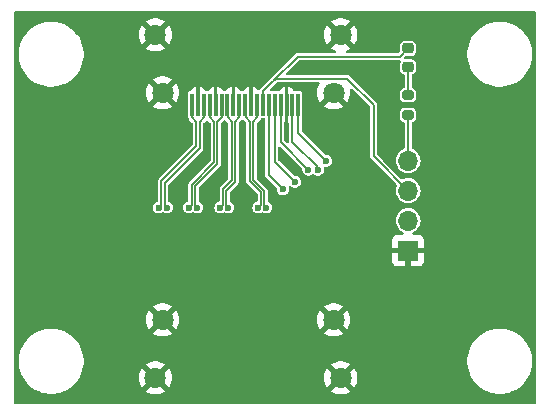
<source format=gbr>
%TF.GenerationSoftware,KiCad,Pcbnew,8.0.4*%
%TF.CreationDate,2024-08-19T09:36:31-07:00*%
%TF.ProjectId,hdmi,68646d69-2e6b-4696-9361-645f70636258,rev?*%
%TF.SameCoordinates,Original*%
%TF.FileFunction,Copper,L1,Top*%
%TF.FilePolarity,Positive*%
%FSLAX46Y46*%
G04 Gerber Fmt 4.6, Leading zero omitted, Abs format (unit mm)*
G04 Created by KiCad (PCBNEW 8.0.4) date 2024-08-19 09:36:31*
%MOMM*%
%LPD*%
G01*
G04 APERTURE LIST*
G04 Aperture macros list*
%AMRoundRect*
0 Rectangle with rounded corners*
0 $1 Rounding radius*
0 $2 $3 $4 $5 $6 $7 $8 $9 X,Y pos of 4 corners*
0 Add a 4 corners polygon primitive as box body*
4,1,4,$2,$3,$4,$5,$6,$7,$8,$9,$2,$3,0*
0 Add four circle primitives for the rounded corners*
1,1,$1+$1,$2,$3*
1,1,$1+$1,$4,$5*
1,1,$1+$1,$6,$7*
1,1,$1+$1,$8,$9*
0 Add four rect primitives between the rounded corners*
20,1,$1+$1,$2,$3,$4,$5,0*
20,1,$1+$1,$4,$5,$6,$7,0*
20,1,$1+$1,$6,$7,$8,$9,0*
20,1,$1+$1,$8,$9,$2,$3,0*%
G04 Aperture macros list end*
%TA.AperFunction,SMDPad,CuDef*%
%ADD10RoundRect,0.200000X0.275000X-0.200000X0.275000X0.200000X-0.275000X0.200000X-0.275000X-0.200000X0*%
%TD*%
%TA.AperFunction,ComponentPad*%
%ADD11R,1.700000X1.700000*%
%TD*%
%TA.AperFunction,ComponentPad*%
%ADD12O,1.700000X1.700000*%
%TD*%
%TA.AperFunction,SMDPad,CuDef*%
%ADD13RoundRect,0.218750X-0.256250X0.218750X-0.256250X-0.218750X0.256250X-0.218750X0.256250X0.218750X0*%
%TD*%
%TA.AperFunction,SMDPad,CuDef*%
%ADD14R,0.300000X1.900000*%
%TD*%
%TA.AperFunction,ComponentPad*%
%ADD15C,1.800000*%
%TD*%
%TA.AperFunction,ViaPad*%
%ADD16C,0.600000*%
%TD*%
%TA.AperFunction,Conductor*%
%ADD17C,0.200000*%
%TD*%
G04 APERTURE END LIST*
D10*
%TO.P,R1,1*%
%TO.N,VDD*%
X153720800Y-93122500D03*
%TO.P,R1,2*%
%TO.N,Net-(D1-A)*%
X153720800Y-91472500D03*
%TD*%
D11*
%TO.P,J3,1,Pin_1*%
%TO.N,GND*%
X153720800Y-104620000D03*
D12*
%TO.P,J3,2,Pin_2*%
%TO.N,Net-(D2-K)*%
X153720800Y-102080000D03*
%TO.P,J3,3,Pin_3*%
%TO.N,Net-(D1-K)*%
X153720800Y-99540000D03*
%TO.P,J3,4,Pin_4*%
%TO.N,VDD*%
X153720800Y-97000000D03*
%TD*%
D13*
%TO.P,D1,2,A*%
%TO.N,Net-(D1-A)*%
X153720800Y-89075000D03*
%TO.P,D1,1,K*%
%TO.N,Net-(D1-K)*%
X153720800Y-87500000D03*
%TD*%
D14*
%TO.P,J1,1,D2+*%
%TO.N,/D2+*%
X135430000Y-92260000D03*
%TO.P,J1,2,D2S*%
%TO.N,GND*%
X135930000Y-92260000D03*
%TO.P,J1,3,D2-*%
%TO.N,/D2-*%
X136430000Y-92260000D03*
%TO.P,J1,4,D1+*%
%TO.N,/D1+*%
X136930000Y-92260000D03*
%TO.P,J1,5,D1S*%
%TO.N,GND*%
X137430000Y-92260000D03*
%TO.P,J1,6,D1-*%
%TO.N,/D1-*%
X137930000Y-92260000D03*
%TO.P,J1,7,D0+*%
%TO.N,/D0+*%
X138430000Y-92260000D03*
%TO.P,J1,8,D0S*%
%TO.N,GND*%
X138930000Y-92260000D03*
%TO.P,J1,9,D0-*%
%TO.N,/D0-*%
X139430000Y-92260000D03*
%TO.P,J1,10,CK+*%
%TO.N,/CK+*%
X139930000Y-92260000D03*
%TO.P,J1,11,CKS*%
%TO.N,GND*%
X140430000Y-92260000D03*
%TO.P,J1,12,CK-*%
%TO.N,/CK-*%
X140930000Y-92260000D03*
%TO.P,J1,13,CEC*%
%TO.N,Net-(D1-K)*%
X141430000Y-92260000D03*
%TO.P,J1,14,UTILITY*%
%TO.N,Net-(J1-UTILITY)*%
X141930000Y-92260000D03*
%TO.P,J1,15,SCL*%
%TO.N,Net-(J1-SCL)*%
X142430000Y-92260000D03*
%TO.P,J1,16,SDA*%
%TO.N,Net-(J1-SDA)*%
X142930000Y-92260000D03*
%TO.P,J1,17,GND*%
%TO.N,GND*%
X143430000Y-92260000D03*
%TO.P,J1,18,+5V*%
%TO.N,Net-(J1-+5V)*%
X143930000Y-92260000D03*
%TO.P,J1,19,HPD*%
%TO.N,Net-(J1-HPD)*%
X144430000Y-92260000D03*
D15*
%TO.P,J1,SH,SH*%
%TO.N,GND*%
X148030000Y-86360000D03*
X147430000Y-91260000D03*
X132930000Y-91260000D03*
X132330000Y-86360000D03*
%TD*%
%TO.P,J2,SH,SH*%
%TO.N,GND*%
X148030000Y-115390000D03*
X147430000Y-110490000D03*
X132930000Y-110490000D03*
X132330000Y-115390000D03*
%TD*%
D16*
%TO.N,Net-(J1-HPD)*%
X146812000Y-97028000D03*
%TO.N,Net-(J1-SDA)*%
X145288000Y-97790000D03*
%TO.N,Net-(J1-UTILITY)*%
X143129000Y-99441000D03*
%TO.N,Net-(J1-SCL)*%
X144145000Y-98806000D03*
%TO.N,/D0+*%
X137828500Y-100980000D03*
%TO.N,/D1+*%
X135188500Y-100980000D03*
%TO.N,/D2+*%
X132608500Y-100980000D03*
%TO.N,/D1-*%
X135871500Y-100980000D03*
%TO.N,/D0-*%
X138511500Y-100980000D03*
%TO.N,/D2-*%
X133291500Y-100980000D03*
%TO.N,/CK+*%
X141048500Y-100980000D03*
%TO.N,/CK-*%
X141731500Y-100980000D03*
%TO.N,Net-(J1-+5V)*%
X146088003Y-97790000D03*
%TD*%
D17*
%TO.N,VDD*%
X153720800Y-93122500D02*
X153720800Y-97000000D01*
%TO.N,Net-(D1-K)*%
X153720800Y-87500000D02*
X153700000Y-87500000D01*
X141430000Y-91136000D02*
X142283000Y-90283000D01*
X153700000Y-87500000D02*
X152995800Y-88204200D01*
X142283000Y-90283000D02*
X142506000Y-90060000D01*
X144361800Y-88204200D02*
X142283000Y-90283000D01*
X152995800Y-88204200D02*
X144361800Y-88204200D01*
X141430000Y-92260000D02*
X141430000Y-91136000D01*
X150825200Y-96644400D02*
X153720800Y-99540000D01*
X148581600Y-90060000D02*
X150825200Y-92303600D01*
X150825200Y-92303600D02*
X150825200Y-96644400D01*
%TO.N,Net-(D1-A)*%
X153720800Y-89075000D02*
X153720800Y-91472500D01*
X153746200Y-89084900D02*
X153695400Y-89135700D01*
X153720800Y-89075000D02*
X153720800Y-89084900D01*
%TO.N,Net-(J1-HPD)*%
X146812000Y-97028000D02*
X144430000Y-94646000D01*
X144430000Y-94646000D02*
X144430000Y-92260000D01*
%TO.N,Net-(J1-SDA)*%
X142930000Y-92260000D02*
X142930000Y-95432000D01*
X142930000Y-95432000D02*
X145288000Y-97790000D01*
%TO.N,Net-(J1-UTILITY)*%
X141930000Y-98242000D02*
X143129000Y-99441000D01*
X141930000Y-92260000D02*
X141980000Y-92310000D01*
X141930000Y-92260000D02*
X141930000Y-98242000D01*
%TO.N,Net-(J1-SCL)*%
X142430000Y-92260000D02*
X142430000Y-97091000D01*
X142430000Y-97091000D02*
X144145000Y-98806000D01*
%TO.N,/D0+*%
X138438499Y-93356390D02*
X138796999Y-93714890D01*
X138598916Y-98890860D02*
X138056998Y-99432778D01*
X138796999Y-93714890D02*
X138796999Y-98692777D01*
X137828500Y-100980000D02*
X138050450Y-100758050D01*
X138056998Y-99432778D02*
X138056998Y-100751502D01*
X138050450Y-100758050D02*
X138056998Y-100751502D01*
X138438499Y-91931389D02*
X138438499Y-93356390D01*
X138796999Y-98692777D02*
X138598916Y-98890860D01*
%TO.N,/D1+*%
X135416998Y-100751502D02*
X135188500Y-100980000D01*
X136938499Y-91931389D02*
X136938499Y-93356390D01*
X136938499Y-93356390D02*
X137296999Y-93714890D01*
X137296999Y-93714890D02*
X137296999Y-97152777D01*
X137296999Y-97152777D02*
X135416998Y-99032778D01*
X135416998Y-99032778D02*
X135416998Y-100751502D01*
%TO.N,/D2+*%
X135438499Y-91931389D02*
X135438499Y-93356390D01*
X135438499Y-93356390D02*
X135796999Y-93714890D01*
X135796999Y-93714890D02*
X135796999Y-95802777D01*
X132836998Y-100811389D02*
X132636999Y-101011388D01*
X132836998Y-98762778D02*
X132836998Y-100821390D01*
X135796999Y-95802777D02*
X132836998Y-98762778D01*
%TO.N,/D1-*%
X137579999Y-93714890D02*
X137579999Y-97270001D01*
X137938499Y-93356390D02*
X137579999Y-93714890D01*
X135700000Y-99150000D02*
X135700000Y-100808500D01*
X137579999Y-97270001D02*
X135700000Y-99150000D01*
X135700000Y-100808500D02*
X135871500Y-100980000D01*
X137938499Y-91931389D02*
X137938499Y-93356390D01*
%TO.N,/D0-*%
X139438499Y-93356390D02*
X139438499Y-91931389D01*
X139079999Y-98810001D02*
X139079999Y-93714890D01*
X139079999Y-93714890D02*
X139438499Y-93356390D01*
X138462516Y-100931016D02*
X138340000Y-100808500D01*
X138340000Y-99550000D02*
X139079999Y-98810001D01*
X138340000Y-100808500D02*
X138340000Y-99550000D01*
%TO.N,/D2-*%
X136438499Y-93356390D02*
X136079999Y-93714890D01*
X136079999Y-95920001D02*
X133120000Y-98880000D01*
X133120000Y-100811389D02*
X133319999Y-101011388D01*
X136079999Y-93714890D02*
X136079999Y-95920001D01*
X136438499Y-91931389D02*
X136438499Y-93356390D01*
X133120000Y-98880000D02*
X133120000Y-100821390D01*
%TO.N,/CK+*%
X140326999Y-93714890D02*
X140326999Y-98750001D01*
X141276998Y-99700000D02*
X141276998Y-100751502D01*
X140326999Y-98750001D02*
X141276998Y-99700000D01*
X141276998Y-100751502D02*
X141048500Y-100980000D01*
X139968499Y-91931389D02*
X139968499Y-93356390D01*
X139968499Y-93356390D02*
X140326999Y-93714890D01*
%TO.N,/CK-*%
X140968499Y-93356390D02*
X140609999Y-93714890D01*
X141560000Y-100808500D02*
X141731500Y-100980000D01*
X141560000Y-99582778D02*
X141560000Y-100808500D01*
X140609999Y-98632777D02*
X141560000Y-99582778D01*
X140968499Y-91931389D02*
X140968499Y-93356390D01*
X140609999Y-93714890D02*
X140609999Y-98632777D01*
%TO.N,Net-(J1-+5V)*%
X143930000Y-95416000D02*
X144018000Y-95504000D01*
X143930000Y-92260000D02*
X143930000Y-95416000D01*
X146088003Y-97574003D02*
X146088003Y-97790000D01*
X144018000Y-95504000D02*
X146088003Y-97574003D01*
%TO.N,Net-(D1-K)*%
X142506000Y-90060000D02*
X148581600Y-90060000D01*
%TD*%
%TA.AperFunction,Conductor*%
%TO.N,GND*%
G36*
X164478539Y-84340185D02*
G01*
X164524294Y-84392989D01*
X164535500Y-84444500D01*
X164535500Y-117485500D01*
X164515815Y-117552539D01*
X164463011Y-117598294D01*
X164411500Y-117609500D01*
X120504500Y-117609500D01*
X120437461Y-117589815D01*
X120391706Y-117537011D01*
X120380500Y-117485500D01*
X120380500Y-113845528D01*
X120749500Y-113845528D01*
X120749500Y-114154471D01*
X120784086Y-114461437D01*
X120784089Y-114461455D01*
X120852831Y-114762635D01*
X120852835Y-114762647D01*
X120954862Y-115054222D01*
X120954868Y-115054236D01*
X121088903Y-115332562D01*
X121088905Y-115332565D01*
X121253265Y-115594143D01*
X121445880Y-115835674D01*
X121664326Y-116054120D01*
X121905857Y-116246735D01*
X122167435Y-116411095D01*
X122445771Y-116545135D01*
X122445777Y-116545137D01*
X122737352Y-116647164D01*
X122737364Y-116647168D01*
X123038548Y-116715911D01*
X123038554Y-116715911D01*
X123038562Y-116715913D01*
X123243206Y-116738970D01*
X123345529Y-116750499D01*
X123345532Y-116750500D01*
X123345535Y-116750500D01*
X123654468Y-116750500D01*
X123654469Y-116750499D01*
X123811356Y-116732822D01*
X123961437Y-116715913D01*
X123961442Y-116715912D01*
X123961452Y-116715911D01*
X124262636Y-116647168D01*
X124554229Y-116545135D01*
X124832565Y-116411095D01*
X125094143Y-116246735D01*
X125335674Y-116054120D01*
X125554120Y-115835674D01*
X125746735Y-115594143D01*
X125875010Y-115389994D01*
X130925202Y-115389994D01*
X130925202Y-115390005D01*
X130944361Y-115621218D01*
X131001317Y-115846135D01*
X131094515Y-116058606D01*
X131178812Y-116187633D01*
X131728958Y-115637487D01*
X131753978Y-115697890D01*
X131825112Y-115804351D01*
X131915649Y-115894888D01*
X132022110Y-115966022D01*
X132082511Y-115991041D01*
X131531201Y-116542351D01*
X131561649Y-116566050D01*
X131765697Y-116676476D01*
X131765706Y-116676479D01*
X131985139Y-116751811D01*
X132213993Y-116790000D01*
X132446007Y-116790000D01*
X132674860Y-116751811D01*
X132894293Y-116676479D01*
X132894301Y-116676476D01*
X133098355Y-116566047D01*
X133128797Y-116542351D01*
X133128798Y-116542350D01*
X132577489Y-115991041D01*
X132637890Y-115966022D01*
X132744351Y-115894888D01*
X132834888Y-115804351D01*
X132906022Y-115697890D01*
X132931041Y-115637488D01*
X133481186Y-116187633D01*
X133565482Y-116058611D01*
X133658682Y-115846135D01*
X133715638Y-115621218D01*
X133734798Y-115390005D01*
X133734798Y-115389994D01*
X146625202Y-115389994D01*
X146625202Y-115390005D01*
X146644361Y-115621218D01*
X146701317Y-115846135D01*
X146794515Y-116058606D01*
X146878812Y-116187633D01*
X147428958Y-115637487D01*
X147453978Y-115697890D01*
X147525112Y-115804351D01*
X147615649Y-115894888D01*
X147722110Y-115966022D01*
X147782511Y-115991041D01*
X147231201Y-116542351D01*
X147261649Y-116566050D01*
X147465697Y-116676476D01*
X147465706Y-116676479D01*
X147685139Y-116751811D01*
X147913993Y-116790000D01*
X148146007Y-116790000D01*
X148374860Y-116751811D01*
X148594293Y-116676479D01*
X148594301Y-116676476D01*
X148798355Y-116566047D01*
X148828797Y-116542351D01*
X148828798Y-116542350D01*
X148277489Y-115991041D01*
X148337890Y-115966022D01*
X148444351Y-115894888D01*
X148534888Y-115804351D01*
X148606022Y-115697890D01*
X148631041Y-115637488D01*
X149181186Y-116187633D01*
X149265482Y-116058611D01*
X149358682Y-115846135D01*
X149415638Y-115621218D01*
X149434798Y-115390005D01*
X149434798Y-115389994D01*
X149415638Y-115158781D01*
X149358682Y-114933864D01*
X149265484Y-114721393D01*
X149181186Y-114592365D01*
X148631041Y-115142510D01*
X148606022Y-115082110D01*
X148534888Y-114975649D01*
X148444351Y-114885112D01*
X148337890Y-114813978D01*
X148277487Y-114788958D01*
X148828797Y-114237647D01*
X148828797Y-114237645D01*
X148798360Y-114213955D01*
X148798354Y-114213951D01*
X148594302Y-114103523D01*
X148594293Y-114103520D01*
X148374860Y-114028188D01*
X148146007Y-113990000D01*
X147913993Y-113990000D01*
X147685139Y-114028188D01*
X147465706Y-114103520D01*
X147465697Y-114103523D01*
X147261650Y-114213949D01*
X147231200Y-114237647D01*
X147782511Y-114788958D01*
X147722110Y-114813978D01*
X147615649Y-114885112D01*
X147525112Y-114975649D01*
X147453978Y-115082110D01*
X147428958Y-115142512D01*
X146878811Y-114592365D01*
X146794516Y-114721390D01*
X146701317Y-114933864D01*
X146644361Y-115158781D01*
X146625202Y-115389994D01*
X133734798Y-115389994D01*
X133715638Y-115158781D01*
X133658682Y-114933864D01*
X133565484Y-114721393D01*
X133481186Y-114592365D01*
X132931041Y-115142510D01*
X132906022Y-115082110D01*
X132834888Y-114975649D01*
X132744351Y-114885112D01*
X132637890Y-114813978D01*
X132577487Y-114788958D01*
X133128797Y-114237647D01*
X133128797Y-114237645D01*
X133098360Y-114213955D01*
X133098354Y-114213951D01*
X132894302Y-114103523D01*
X132894293Y-114103520D01*
X132674860Y-114028188D01*
X132446007Y-113990000D01*
X132213993Y-113990000D01*
X131985139Y-114028188D01*
X131765706Y-114103520D01*
X131765697Y-114103523D01*
X131561650Y-114213949D01*
X131531200Y-114237647D01*
X132082511Y-114788958D01*
X132022110Y-114813978D01*
X131915649Y-114885112D01*
X131825112Y-114975649D01*
X131753978Y-115082110D01*
X131728958Y-115142512D01*
X131178811Y-114592365D01*
X131094516Y-114721390D01*
X131001317Y-114933864D01*
X130944361Y-115158781D01*
X130925202Y-115389994D01*
X125875010Y-115389994D01*
X125911095Y-115332565D01*
X126045135Y-115054229D01*
X126147168Y-114762636D01*
X126215911Y-114461452D01*
X126250500Y-114154465D01*
X126250500Y-113845535D01*
X126250499Y-113845528D01*
X158749500Y-113845528D01*
X158749500Y-114154471D01*
X158784086Y-114461437D01*
X158784089Y-114461455D01*
X158852831Y-114762635D01*
X158852835Y-114762647D01*
X158954862Y-115054222D01*
X158954868Y-115054236D01*
X159088903Y-115332562D01*
X159088905Y-115332565D01*
X159253265Y-115594143D01*
X159445880Y-115835674D01*
X159664326Y-116054120D01*
X159905857Y-116246735D01*
X160167435Y-116411095D01*
X160445771Y-116545135D01*
X160445777Y-116545137D01*
X160737352Y-116647164D01*
X160737364Y-116647168D01*
X161038548Y-116715911D01*
X161038554Y-116715911D01*
X161038562Y-116715913D01*
X161243206Y-116738970D01*
X161345529Y-116750499D01*
X161345532Y-116750500D01*
X161345535Y-116750500D01*
X161654468Y-116750500D01*
X161654469Y-116750499D01*
X161811356Y-116732822D01*
X161961437Y-116715913D01*
X161961442Y-116715912D01*
X161961452Y-116715911D01*
X162262636Y-116647168D01*
X162554229Y-116545135D01*
X162832565Y-116411095D01*
X163094143Y-116246735D01*
X163335674Y-116054120D01*
X163554120Y-115835674D01*
X163746735Y-115594143D01*
X163911095Y-115332565D01*
X164045135Y-115054229D01*
X164147168Y-114762636D01*
X164215911Y-114461452D01*
X164250500Y-114154465D01*
X164250500Y-113845535D01*
X164215911Y-113538548D01*
X164147168Y-113237364D01*
X164045135Y-112945771D01*
X163911095Y-112667435D01*
X163746735Y-112405857D01*
X163554120Y-112164326D01*
X163335674Y-111945880D01*
X163094143Y-111753265D01*
X162832565Y-111588905D01*
X162832562Y-111588903D01*
X162554236Y-111454868D01*
X162554222Y-111454862D01*
X162262647Y-111352835D01*
X162262635Y-111352831D01*
X161961455Y-111284089D01*
X161961437Y-111284086D01*
X161654471Y-111249500D01*
X161654465Y-111249500D01*
X161345535Y-111249500D01*
X161345528Y-111249500D01*
X161038562Y-111284086D01*
X161038544Y-111284089D01*
X160737364Y-111352831D01*
X160737352Y-111352835D01*
X160445777Y-111454862D01*
X160445763Y-111454868D01*
X160167437Y-111588903D01*
X159905858Y-111753264D01*
X159664326Y-111945879D01*
X159445879Y-112164326D01*
X159253264Y-112405858D01*
X159088903Y-112667437D01*
X158954868Y-112945763D01*
X158954862Y-112945777D01*
X158852835Y-113237352D01*
X158852831Y-113237364D01*
X158784089Y-113538544D01*
X158784086Y-113538562D01*
X158749500Y-113845528D01*
X126250499Y-113845528D01*
X126215911Y-113538548D01*
X126147168Y-113237364D01*
X126045135Y-112945771D01*
X125911095Y-112667435D01*
X125746735Y-112405857D01*
X125554120Y-112164326D01*
X125335674Y-111945880D01*
X125094143Y-111753265D01*
X124832565Y-111588905D01*
X124832562Y-111588903D01*
X124554236Y-111454868D01*
X124554222Y-111454862D01*
X124262647Y-111352835D01*
X124262635Y-111352831D01*
X123961455Y-111284089D01*
X123961437Y-111284086D01*
X123654471Y-111249500D01*
X123654465Y-111249500D01*
X123345535Y-111249500D01*
X123345528Y-111249500D01*
X123038562Y-111284086D01*
X123038544Y-111284089D01*
X122737364Y-111352831D01*
X122737352Y-111352835D01*
X122445777Y-111454862D01*
X122445763Y-111454868D01*
X122167437Y-111588903D01*
X121905858Y-111753264D01*
X121664326Y-111945879D01*
X121445879Y-112164326D01*
X121253264Y-112405858D01*
X121088903Y-112667437D01*
X120954868Y-112945763D01*
X120954862Y-112945777D01*
X120852835Y-113237352D01*
X120852831Y-113237364D01*
X120784089Y-113538544D01*
X120784086Y-113538562D01*
X120749500Y-113845528D01*
X120380500Y-113845528D01*
X120380500Y-110489994D01*
X131525202Y-110489994D01*
X131525202Y-110490005D01*
X131544361Y-110721218D01*
X131601317Y-110946135D01*
X131694515Y-111158606D01*
X131778812Y-111287633D01*
X132328958Y-110737487D01*
X132353978Y-110797890D01*
X132425112Y-110904351D01*
X132515649Y-110994888D01*
X132622110Y-111066022D01*
X132682511Y-111091041D01*
X132131201Y-111642351D01*
X132161649Y-111666050D01*
X132365697Y-111776476D01*
X132365706Y-111776479D01*
X132585139Y-111851811D01*
X132813993Y-111890000D01*
X133046007Y-111890000D01*
X133274860Y-111851811D01*
X133494293Y-111776479D01*
X133494301Y-111776476D01*
X133698355Y-111666047D01*
X133728797Y-111642351D01*
X133728798Y-111642350D01*
X133177489Y-111091041D01*
X133237890Y-111066022D01*
X133344351Y-110994888D01*
X133434888Y-110904351D01*
X133506022Y-110797890D01*
X133531041Y-110737488D01*
X134081186Y-111287633D01*
X134165482Y-111158611D01*
X134258682Y-110946135D01*
X134315638Y-110721218D01*
X134334798Y-110490005D01*
X134334798Y-110489994D01*
X146025202Y-110489994D01*
X146025202Y-110490005D01*
X146044361Y-110721218D01*
X146101317Y-110946135D01*
X146194515Y-111158606D01*
X146278812Y-111287633D01*
X146828958Y-110737487D01*
X146853978Y-110797890D01*
X146925112Y-110904351D01*
X147015649Y-110994888D01*
X147122110Y-111066022D01*
X147182511Y-111091041D01*
X146631201Y-111642351D01*
X146661649Y-111666050D01*
X146865697Y-111776476D01*
X146865706Y-111776479D01*
X147085139Y-111851811D01*
X147313993Y-111890000D01*
X147546007Y-111890000D01*
X147774860Y-111851811D01*
X147994293Y-111776479D01*
X147994301Y-111776476D01*
X148198355Y-111666047D01*
X148228797Y-111642351D01*
X148228798Y-111642350D01*
X147677489Y-111091041D01*
X147737890Y-111066022D01*
X147844351Y-110994888D01*
X147934888Y-110904351D01*
X148006022Y-110797890D01*
X148031041Y-110737488D01*
X148581186Y-111287633D01*
X148665482Y-111158611D01*
X148758682Y-110946135D01*
X148815638Y-110721218D01*
X148834798Y-110490005D01*
X148834798Y-110489994D01*
X148815638Y-110258781D01*
X148758682Y-110033864D01*
X148665484Y-109821393D01*
X148581186Y-109692365D01*
X148031041Y-110242510D01*
X148006022Y-110182110D01*
X147934888Y-110075649D01*
X147844351Y-109985112D01*
X147737890Y-109913978D01*
X147677487Y-109888958D01*
X148228797Y-109337647D01*
X148228797Y-109337645D01*
X148198360Y-109313955D01*
X148198354Y-109313951D01*
X147994302Y-109203523D01*
X147994293Y-109203520D01*
X147774860Y-109128188D01*
X147546007Y-109090000D01*
X147313993Y-109090000D01*
X147085139Y-109128188D01*
X146865706Y-109203520D01*
X146865697Y-109203523D01*
X146661650Y-109313949D01*
X146631200Y-109337647D01*
X147182511Y-109888958D01*
X147122110Y-109913978D01*
X147015649Y-109985112D01*
X146925112Y-110075649D01*
X146853978Y-110182110D01*
X146828958Y-110242512D01*
X146278811Y-109692365D01*
X146194516Y-109821390D01*
X146101317Y-110033864D01*
X146044361Y-110258781D01*
X146025202Y-110489994D01*
X134334798Y-110489994D01*
X134315638Y-110258781D01*
X134258682Y-110033864D01*
X134165484Y-109821393D01*
X134081186Y-109692365D01*
X133531041Y-110242510D01*
X133506022Y-110182110D01*
X133434888Y-110075649D01*
X133344351Y-109985112D01*
X133237890Y-109913978D01*
X133177487Y-109888958D01*
X133728797Y-109337647D01*
X133728797Y-109337645D01*
X133698360Y-109313955D01*
X133698354Y-109313951D01*
X133494302Y-109203523D01*
X133494293Y-109203520D01*
X133274860Y-109128188D01*
X133046007Y-109090000D01*
X132813993Y-109090000D01*
X132585139Y-109128188D01*
X132365706Y-109203520D01*
X132365697Y-109203523D01*
X132161650Y-109313949D01*
X132131200Y-109337647D01*
X132682511Y-109888958D01*
X132622110Y-109913978D01*
X132515649Y-109985112D01*
X132425112Y-110075649D01*
X132353978Y-110182110D01*
X132328958Y-110242512D01*
X131778811Y-109692365D01*
X131694516Y-109821390D01*
X131601317Y-110033864D01*
X131544361Y-110258781D01*
X131525202Y-110489994D01*
X120380500Y-110489994D01*
X120380500Y-103722155D01*
X152370800Y-103722155D01*
X152370800Y-104370000D01*
X153287788Y-104370000D01*
X153254875Y-104427007D01*
X153220800Y-104554174D01*
X153220800Y-104685826D01*
X153254875Y-104812993D01*
X153287788Y-104870000D01*
X152370800Y-104870000D01*
X152370800Y-105517844D01*
X152377201Y-105577372D01*
X152377203Y-105577379D01*
X152427445Y-105712086D01*
X152427449Y-105712093D01*
X152513609Y-105827187D01*
X152513612Y-105827190D01*
X152628706Y-105913350D01*
X152628713Y-105913354D01*
X152763420Y-105963596D01*
X152763427Y-105963598D01*
X152822955Y-105969999D01*
X152822972Y-105970000D01*
X153470800Y-105970000D01*
X153470800Y-105053012D01*
X153527807Y-105085925D01*
X153654974Y-105120000D01*
X153786626Y-105120000D01*
X153913793Y-105085925D01*
X153970800Y-105053012D01*
X153970800Y-105970000D01*
X154618628Y-105970000D01*
X154618644Y-105969999D01*
X154678172Y-105963598D01*
X154678179Y-105963596D01*
X154812886Y-105913354D01*
X154812893Y-105913350D01*
X154927987Y-105827190D01*
X154927990Y-105827187D01*
X155014150Y-105712093D01*
X155014154Y-105712086D01*
X155064396Y-105577379D01*
X155064398Y-105577372D01*
X155070799Y-105517844D01*
X155070800Y-105517827D01*
X155070800Y-104870000D01*
X154153812Y-104870000D01*
X154186725Y-104812993D01*
X154220800Y-104685826D01*
X154220800Y-104554174D01*
X154186725Y-104427007D01*
X154153812Y-104370000D01*
X155070800Y-104370000D01*
X155070800Y-103722172D01*
X155070799Y-103722155D01*
X155064398Y-103662627D01*
X155064396Y-103662620D01*
X155014154Y-103527913D01*
X155014150Y-103527906D01*
X154927990Y-103412812D01*
X154927987Y-103412809D01*
X154812893Y-103326649D01*
X154812886Y-103326645D01*
X154678179Y-103276403D01*
X154678172Y-103276401D01*
X154618644Y-103270000D01*
X154217987Y-103270000D01*
X154150948Y-103250315D01*
X154105193Y-103197511D01*
X154095249Y-103128353D01*
X154124274Y-103064797D01*
X154159533Y-103036642D01*
X154307250Y-102957685D01*
X154467210Y-102826410D01*
X154598485Y-102666450D01*
X154696032Y-102483954D01*
X154756100Y-102285934D01*
X154776383Y-102080000D01*
X154756100Y-101874066D01*
X154696032Y-101676046D01*
X154598485Y-101493550D01*
X154490643Y-101362143D01*
X154467210Y-101333589D01*
X154307252Y-101202317D01*
X154307253Y-101202317D01*
X154307250Y-101202315D01*
X154124754Y-101104768D01*
X153926734Y-101044700D01*
X153926732Y-101044699D01*
X153926734Y-101044699D01*
X153720800Y-101024417D01*
X153514867Y-101044699D01*
X153316843Y-101104769D01*
X153283754Y-101122456D01*
X153134350Y-101202315D01*
X153134348Y-101202316D01*
X153134347Y-101202317D01*
X152974389Y-101333589D01*
X152843117Y-101493547D01*
X152745569Y-101676043D01*
X152685499Y-101874067D01*
X152665217Y-102080000D01*
X152685499Y-102285932D01*
X152685500Y-102285934D01*
X152745568Y-102483954D01*
X152843115Y-102666450D01*
X152843117Y-102666452D01*
X152974389Y-102826410D01*
X153071009Y-102905702D01*
X153134350Y-102957685D01*
X153282067Y-103036642D01*
X153331911Y-103085605D01*
X153347371Y-103153743D01*
X153323539Y-103219422D01*
X153267981Y-103261791D01*
X153223613Y-103270000D01*
X152822955Y-103270000D01*
X152763427Y-103276401D01*
X152763420Y-103276403D01*
X152628713Y-103326645D01*
X152628706Y-103326649D01*
X152513612Y-103412809D01*
X152513609Y-103412812D01*
X152427449Y-103527906D01*
X152427445Y-103527913D01*
X152377203Y-103662620D01*
X152377201Y-103662627D01*
X152370800Y-103722155D01*
X120380500Y-103722155D01*
X120380500Y-100980000D01*
X132102853Y-100980000D01*
X132123334Y-101122456D01*
X132159805Y-101202315D01*
X132183123Y-101253373D01*
X132277372Y-101362143D01*
X132398447Y-101439953D01*
X132398450Y-101439954D01*
X132398449Y-101439954D01*
X132536536Y-101480499D01*
X132536538Y-101480500D01*
X132536539Y-101480500D01*
X132680462Y-101480500D01*
X132680462Y-101480499D01*
X132818550Y-101439954D01*
X132818551Y-101439954D01*
X132882960Y-101398561D01*
X132950000Y-101378876D01*
X133017037Y-101398559D01*
X133017040Y-101398561D01*
X133081448Y-101439954D01*
X133219536Y-101480499D01*
X133219538Y-101480500D01*
X133219539Y-101480500D01*
X133363462Y-101480500D01*
X133363462Y-101480499D01*
X133501553Y-101439953D01*
X133622628Y-101362143D01*
X133716877Y-101253373D01*
X133776665Y-101122457D01*
X133797147Y-100980000D01*
X133776665Y-100837543D01*
X133716877Y-100706627D01*
X133622628Y-100597857D01*
X133501553Y-100520047D01*
X133501549Y-100520046D01*
X133493487Y-100516364D01*
X133494993Y-100513064D01*
X133450671Y-100484491D01*
X133421737Y-100420893D01*
X133420500Y-100403422D01*
X133420500Y-99055833D01*
X133440185Y-98988794D01*
X133456819Y-98968152D01*
X134883854Y-97541117D01*
X136320459Y-96104512D01*
X136360021Y-96035989D01*
X136380499Y-95959563D01*
X136380499Y-95880439D01*
X136380499Y-93890723D01*
X136400184Y-93823684D01*
X136416818Y-93803042D01*
X136600818Y-93619042D01*
X136662141Y-93585557D01*
X136731833Y-93590541D01*
X136776180Y-93619042D01*
X136960180Y-93803042D01*
X136993665Y-93864365D01*
X136996499Y-93890723D01*
X136996499Y-96976944D01*
X136976814Y-97043983D01*
X136960180Y-97064625D01*
X135176539Y-98848265D01*
X135176533Y-98848273D01*
X135136980Y-98916782D01*
X135136977Y-98916787D01*
X135116498Y-98993217D01*
X135116498Y-100386686D01*
X135096813Y-100453725D01*
X135044009Y-100499480D01*
X135027433Y-100505663D01*
X134978448Y-100520045D01*
X134857373Y-100597856D01*
X134763123Y-100706626D01*
X134763122Y-100706628D01*
X134703334Y-100837543D01*
X134682853Y-100980000D01*
X134703334Y-101122456D01*
X134739805Y-101202315D01*
X134763123Y-101253373D01*
X134857372Y-101362143D01*
X134978447Y-101439953D01*
X134978450Y-101439954D01*
X134978449Y-101439954D01*
X135116536Y-101480499D01*
X135116538Y-101480500D01*
X135116539Y-101480500D01*
X135260462Y-101480500D01*
X135260462Y-101480499D01*
X135398550Y-101439954D01*
X135398551Y-101439954D01*
X135462960Y-101398561D01*
X135530000Y-101378876D01*
X135597037Y-101398559D01*
X135597040Y-101398561D01*
X135661448Y-101439954D01*
X135799536Y-101480499D01*
X135799538Y-101480500D01*
X135799539Y-101480500D01*
X135943462Y-101480500D01*
X135943462Y-101480499D01*
X136081553Y-101439953D01*
X136202628Y-101362143D01*
X136296877Y-101253373D01*
X136356665Y-101122457D01*
X136377147Y-100980000D01*
X136356665Y-100837543D01*
X136296877Y-100706627D01*
X136202628Y-100597857D01*
X136081553Y-100520047D01*
X136081549Y-100520046D01*
X136073487Y-100516364D01*
X136074993Y-100513064D01*
X136030671Y-100484491D01*
X136001737Y-100420893D01*
X136000500Y-100403422D01*
X136000500Y-99325833D01*
X136020185Y-99258794D01*
X136036819Y-99238152D01*
X136916982Y-98357989D01*
X137820459Y-97454512D01*
X137825060Y-97446542D01*
X137860020Y-97385990D01*
X137880499Y-97309563D01*
X137880499Y-93890723D01*
X137900184Y-93823684D01*
X137916818Y-93803042D01*
X138100818Y-93619042D01*
X138162141Y-93585557D01*
X138231833Y-93590541D01*
X138276180Y-93619042D01*
X138460180Y-93803042D01*
X138493665Y-93864365D01*
X138496499Y-93890723D01*
X138496499Y-98516944D01*
X138476814Y-98583983D01*
X138460180Y-98604625D01*
X137816539Y-99248265D01*
X137816533Y-99248273D01*
X137776980Y-99316782D01*
X137776977Y-99316787D01*
X137756498Y-99393217D01*
X137756498Y-100386686D01*
X137736813Y-100453725D01*
X137684009Y-100499480D01*
X137667433Y-100505663D01*
X137618448Y-100520045D01*
X137497373Y-100597856D01*
X137403123Y-100706626D01*
X137403122Y-100706628D01*
X137343334Y-100837543D01*
X137322853Y-100980000D01*
X137343334Y-101122456D01*
X137379805Y-101202315D01*
X137403123Y-101253373D01*
X137497372Y-101362143D01*
X137618447Y-101439953D01*
X137618450Y-101439954D01*
X137618449Y-101439954D01*
X137756536Y-101480499D01*
X137756538Y-101480500D01*
X137756539Y-101480500D01*
X137900462Y-101480500D01*
X137900462Y-101480499D01*
X138038550Y-101439954D01*
X138038551Y-101439954D01*
X138102960Y-101398561D01*
X138170000Y-101378876D01*
X138237037Y-101398559D01*
X138237040Y-101398561D01*
X138301448Y-101439954D01*
X138439536Y-101480499D01*
X138439538Y-101480500D01*
X138439539Y-101480500D01*
X138583462Y-101480500D01*
X138583462Y-101480499D01*
X138721553Y-101439953D01*
X138842628Y-101362143D01*
X138936877Y-101253373D01*
X138996665Y-101122457D01*
X139017147Y-100980000D01*
X138996665Y-100837543D01*
X138936877Y-100706627D01*
X138842628Y-100597857D01*
X138721553Y-100520047D01*
X138721549Y-100520046D01*
X138713487Y-100516364D01*
X138714993Y-100513064D01*
X138670671Y-100484491D01*
X138641737Y-100420893D01*
X138640500Y-100403422D01*
X138640500Y-99725833D01*
X138660185Y-99658794D01*
X138676819Y-99638152D01*
X138998189Y-99316782D01*
X139320459Y-98994512D01*
X139360021Y-98925989D01*
X139380499Y-98849563D01*
X139380499Y-98770439D01*
X139380499Y-93890723D01*
X139400184Y-93823684D01*
X139416818Y-93803042D01*
X139615818Y-93604042D01*
X139677141Y-93570557D01*
X139746833Y-93575541D01*
X139791180Y-93604042D01*
X139990180Y-93803042D01*
X140023665Y-93864365D01*
X140026499Y-93890723D01*
X140026499Y-98789563D01*
X140046978Y-98865990D01*
X140076307Y-98916789D01*
X140081619Y-98925990D01*
X140086541Y-98934515D01*
X140086542Y-98934516D01*
X140940179Y-99788152D01*
X140973664Y-99849475D01*
X140976498Y-99875833D01*
X140976498Y-100386686D01*
X140956813Y-100453725D01*
X140904009Y-100499480D01*
X140887433Y-100505663D01*
X140838448Y-100520045D01*
X140717373Y-100597856D01*
X140623123Y-100706626D01*
X140623122Y-100706628D01*
X140563334Y-100837543D01*
X140542853Y-100980000D01*
X140563334Y-101122456D01*
X140599805Y-101202315D01*
X140623123Y-101253373D01*
X140717372Y-101362143D01*
X140838447Y-101439953D01*
X140838450Y-101439954D01*
X140838449Y-101439954D01*
X140976536Y-101480499D01*
X140976538Y-101480500D01*
X140976539Y-101480500D01*
X141120462Y-101480500D01*
X141120462Y-101480499D01*
X141258550Y-101439954D01*
X141258551Y-101439954D01*
X141322960Y-101398561D01*
X141390000Y-101378876D01*
X141457037Y-101398559D01*
X141457040Y-101398561D01*
X141521448Y-101439954D01*
X141659536Y-101480499D01*
X141659538Y-101480500D01*
X141659539Y-101480500D01*
X141803462Y-101480500D01*
X141803462Y-101480499D01*
X141941553Y-101439953D01*
X142062628Y-101362143D01*
X142156877Y-101253373D01*
X142216665Y-101122457D01*
X142237147Y-100980000D01*
X142216665Y-100837543D01*
X142156877Y-100706627D01*
X142062628Y-100597857D01*
X141941553Y-100520047D01*
X141941549Y-100520046D01*
X141933487Y-100516364D01*
X141934993Y-100513064D01*
X141890671Y-100484491D01*
X141861737Y-100420893D01*
X141860500Y-100403422D01*
X141860500Y-99543217D01*
X141840020Y-99466787D01*
X141840017Y-99466782D01*
X141800464Y-99398273D01*
X141800458Y-99398265D01*
X140946818Y-98544625D01*
X140913333Y-98483302D01*
X140910499Y-98456944D01*
X140910499Y-93890723D01*
X140930184Y-93823684D01*
X140946818Y-93803042D01*
X141041714Y-93708146D01*
X141208959Y-93540901D01*
X141248451Y-93472498D01*
X141299019Y-93424284D01*
X141355838Y-93410500D01*
X141505500Y-93410500D01*
X141572539Y-93430185D01*
X141618294Y-93482989D01*
X141629500Y-93534500D01*
X141629500Y-98281562D01*
X141636131Y-98306309D01*
X141649979Y-98357990D01*
X141649980Y-98357991D01*
X141669775Y-98392277D01*
X141689540Y-98426511D01*
X141689542Y-98426513D01*
X142589604Y-99326575D01*
X142623089Y-99387898D01*
X142624661Y-99431902D01*
X142623353Y-99440999D01*
X142643834Y-99583456D01*
X142685400Y-99674471D01*
X142703623Y-99714373D01*
X142797872Y-99823143D01*
X142918947Y-99900953D01*
X142918950Y-99900954D01*
X142918949Y-99900954D01*
X143057036Y-99941499D01*
X143057038Y-99941500D01*
X143057039Y-99941500D01*
X143200962Y-99941500D01*
X143200962Y-99941499D01*
X143339053Y-99900953D01*
X143460128Y-99823143D01*
X143554377Y-99714373D01*
X143614165Y-99583457D01*
X143634647Y-99441000D01*
X143614925Y-99303829D01*
X143624869Y-99234671D01*
X143670624Y-99181867D01*
X143737663Y-99162183D01*
X143804703Y-99181868D01*
X143808310Y-99184568D01*
X143813870Y-99188141D01*
X143813872Y-99188143D01*
X143934947Y-99265953D01*
X143934950Y-99265954D01*
X143934949Y-99265954D01*
X144073036Y-99306499D01*
X144073038Y-99306500D01*
X144073039Y-99306500D01*
X144216962Y-99306500D01*
X144216962Y-99306499D01*
X144355053Y-99265953D01*
X144476128Y-99188143D01*
X144570377Y-99079373D01*
X144630165Y-98948457D01*
X144650647Y-98806000D01*
X144630165Y-98663543D01*
X144570377Y-98532627D01*
X144476128Y-98423857D01*
X144355053Y-98346047D01*
X144355051Y-98346046D01*
X144355049Y-98346045D01*
X144355050Y-98346045D01*
X144216963Y-98305500D01*
X144216961Y-98305500D01*
X144120833Y-98305500D01*
X144053794Y-98285815D01*
X144033152Y-98269181D01*
X142766819Y-97002848D01*
X142733334Y-96941525D01*
X142730500Y-96915167D01*
X142730500Y-95956833D01*
X142750185Y-95889794D01*
X142802989Y-95844039D01*
X142872147Y-95834095D01*
X142935703Y-95863120D01*
X142942181Y-95869152D01*
X144748604Y-97675575D01*
X144782089Y-97736898D01*
X144783661Y-97780902D01*
X144782353Y-97789999D01*
X144802834Y-97932456D01*
X144822369Y-97975230D01*
X144862623Y-98063373D01*
X144956872Y-98172143D01*
X145077947Y-98249953D01*
X145077950Y-98249954D01*
X145077949Y-98249954D01*
X145216036Y-98290499D01*
X145216038Y-98290500D01*
X145216039Y-98290500D01*
X145359962Y-98290500D01*
X145359962Y-98290499D01*
X145498050Y-98249954D01*
X145498051Y-98249954D01*
X145498053Y-98249953D01*
X145619128Y-98172143D01*
X145619129Y-98172140D01*
X145620961Y-98170964D01*
X145688000Y-98151279D01*
X145755040Y-98170963D01*
X145755041Y-98170964D01*
X145756874Y-98172142D01*
X145756875Y-98172143D01*
X145816933Y-98210739D01*
X145877951Y-98249954D01*
X146016039Y-98290499D01*
X146016041Y-98290500D01*
X146016042Y-98290500D01*
X146159965Y-98290500D01*
X146159965Y-98290499D01*
X146298056Y-98249953D01*
X146419131Y-98172143D01*
X146513380Y-98063373D01*
X146573168Y-97932457D01*
X146593650Y-97790000D01*
X146575401Y-97663076D01*
X146585344Y-97593921D01*
X146631099Y-97541117D01*
X146698139Y-97521432D01*
X146733073Y-97526454D01*
X146740039Y-97528500D01*
X146883962Y-97528500D01*
X146883962Y-97528499D01*
X147022053Y-97487953D01*
X147143128Y-97410143D01*
X147237377Y-97301373D01*
X147297165Y-97170457D01*
X147317647Y-97028000D01*
X147297165Y-96885543D01*
X147237377Y-96754627D01*
X147143128Y-96645857D01*
X147022053Y-96568047D01*
X147022051Y-96568046D01*
X147022049Y-96568045D01*
X147022050Y-96568045D01*
X146883963Y-96527500D01*
X146883961Y-96527500D01*
X146787833Y-96527500D01*
X146720794Y-96507815D01*
X146700152Y-96491181D01*
X144766819Y-94557848D01*
X144733334Y-94496525D01*
X144730500Y-94470167D01*
X144730500Y-93383266D01*
X144750185Y-93316227D01*
X144751398Y-93314374D01*
X144768867Y-93288231D01*
X144770435Y-93280352D01*
X144780499Y-93229752D01*
X144780500Y-93229750D01*
X144780500Y-91290249D01*
X144780499Y-91290247D01*
X144768868Y-91231770D01*
X144768867Y-91231769D01*
X144724552Y-91165447D01*
X144658230Y-91121132D01*
X144658229Y-91121131D01*
X144599752Y-91109500D01*
X144599748Y-91109500D01*
X144260252Y-91109500D01*
X144204190Y-91120651D01*
X144155810Y-91120651D01*
X144093775Y-91108312D01*
X144094307Y-91105632D01*
X144040426Y-91083848D01*
X144018143Y-91060950D01*
X143937190Y-90952812D01*
X143937187Y-90952809D01*
X143822093Y-90866649D01*
X143822086Y-90866645D01*
X143687379Y-90816403D01*
X143687372Y-90816401D01*
X143627844Y-90810000D01*
X143580000Y-90810000D01*
X143580000Y-91279084D01*
X143579500Y-91289262D01*
X143579500Y-93230747D01*
X143580000Y-93240915D01*
X143580000Y-93710000D01*
X143593181Y-93723181D01*
X143626666Y-93784504D01*
X143629500Y-93810862D01*
X143629500Y-95407167D01*
X143609815Y-95474206D01*
X143557011Y-95519961D01*
X143487853Y-95529905D01*
X143424297Y-95500880D01*
X143417819Y-95494848D01*
X143266819Y-95343848D01*
X143233334Y-95282525D01*
X143230500Y-95256167D01*
X143230500Y-93810862D01*
X143250185Y-93743823D01*
X143266819Y-93723181D01*
X143280000Y-93710000D01*
X143280000Y-93240915D01*
X143280500Y-93230747D01*
X143280500Y-91289262D01*
X143280000Y-91279084D01*
X143280000Y-90810000D01*
X143232155Y-90810000D01*
X143172627Y-90816401D01*
X143172620Y-90816403D01*
X143037913Y-90866645D01*
X143037906Y-90866649D01*
X142922812Y-90952809D01*
X142841856Y-91060951D01*
X142785922Y-91102821D01*
X142766049Y-91107430D01*
X142766225Y-91108312D01*
X142704190Y-91120651D01*
X142655810Y-91120651D01*
X142599748Y-91109500D01*
X142260252Y-91109500D01*
X142204190Y-91120651D01*
X142155812Y-91120651D01*
X142145218Y-91118544D01*
X142083306Y-91086160D01*
X142048730Y-91025446D01*
X142052468Y-90955676D01*
X142081723Y-90909247D01*
X142523460Y-90467511D01*
X142594152Y-90396819D01*
X142655475Y-90363334D01*
X142681833Y-90360500D01*
X146116233Y-90360500D01*
X146183272Y-90380185D01*
X146229027Y-90432989D01*
X146238971Y-90502147D01*
X146220041Y-90552322D01*
X146194517Y-90591388D01*
X146101317Y-90803864D01*
X146044361Y-91028781D01*
X146025202Y-91259994D01*
X146025202Y-91260005D01*
X146044361Y-91491218D01*
X146101317Y-91716135D01*
X146194515Y-91928606D01*
X146278812Y-92057632D01*
X146828957Y-91507486D01*
X146853978Y-91567890D01*
X146925112Y-91674351D01*
X147015649Y-91764888D01*
X147122110Y-91836022D01*
X147182511Y-91861041D01*
X146631201Y-92412351D01*
X146661649Y-92436050D01*
X146865697Y-92546476D01*
X146865706Y-92546479D01*
X147085139Y-92621811D01*
X147313993Y-92660000D01*
X147546007Y-92660000D01*
X147774860Y-92621811D01*
X147994293Y-92546479D01*
X147994301Y-92546476D01*
X148198355Y-92436047D01*
X148228797Y-92412351D01*
X148228798Y-92412350D01*
X147677489Y-91861041D01*
X147737890Y-91836022D01*
X147844351Y-91764888D01*
X147934888Y-91674351D01*
X148006022Y-91567890D01*
X148031041Y-91507488D01*
X148581186Y-92057633D01*
X148665482Y-91928611D01*
X148758682Y-91716135D01*
X148815638Y-91491218D01*
X148834798Y-91260005D01*
X148834798Y-91259994D01*
X148815585Y-91028134D01*
X148829666Y-90959698D01*
X148878511Y-90909739D01*
X148946612Y-90894118D01*
X149012347Y-90917795D01*
X149026842Y-90930213D01*
X150488381Y-92391752D01*
X150521866Y-92453075D01*
X150524700Y-92479433D01*
X150524700Y-96683962D01*
X150535674Y-96724918D01*
X150545178Y-96760387D01*
X150565551Y-96795674D01*
X150584739Y-96828909D01*
X150584741Y-96828912D01*
X152731501Y-98975672D01*
X152764986Y-99036995D01*
X152760002Y-99106687D01*
X152753181Y-99121800D01*
X152745570Y-99136039D01*
X152685499Y-99334067D01*
X152665217Y-99540000D01*
X152685499Y-99745932D01*
X152708921Y-99823143D01*
X152745568Y-99943954D01*
X152843115Y-100126450D01*
X152843117Y-100126452D01*
X152974389Y-100286410D01*
X153071009Y-100365702D01*
X153134350Y-100417685D01*
X153316846Y-100515232D01*
X153514866Y-100575300D01*
X153514865Y-100575300D01*
X153533329Y-100577118D01*
X153720800Y-100595583D01*
X153926734Y-100575300D01*
X154124754Y-100515232D01*
X154307250Y-100417685D01*
X154467210Y-100286410D01*
X154598485Y-100126450D01*
X154696032Y-99943954D01*
X154756100Y-99745934D01*
X154776383Y-99540000D01*
X154756100Y-99334066D01*
X154696032Y-99136046D01*
X154598485Y-98953550D01*
X154512082Y-98848267D01*
X154467210Y-98793589D01*
X154307252Y-98662317D01*
X154307253Y-98662317D01*
X154307250Y-98662315D01*
X154124754Y-98564768D01*
X153926734Y-98504700D01*
X153926732Y-98504699D01*
X153926734Y-98504699D01*
X153720800Y-98484417D01*
X153514867Y-98504699D01*
X153316839Y-98564770D01*
X153302600Y-98572381D01*
X153234197Y-98586620D01*
X153168954Y-98561616D01*
X153156472Y-98550701D01*
X151605771Y-97000000D01*
X152665217Y-97000000D01*
X152685499Y-97205932D01*
X152685500Y-97205934D01*
X152745568Y-97403954D01*
X152843115Y-97586450D01*
X152867229Y-97615833D01*
X152974389Y-97746410D01*
X153071009Y-97825702D01*
X153134350Y-97877685D01*
X153316846Y-97975232D01*
X153514866Y-98035300D01*
X153514865Y-98035300D01*
X153533329Y-98037118D01*
X153720800Y-98055583D01*
X153926734Y-98035300D01*
X154124754Y-97975232D01*
X154307250Y-97877685D01*
X154467210Y-97746410D01*
X154598485Y-97586450D01*
X154696032Y-97403954D01*
X154756100Y-97205934D01*
X154776383Y-97000000D01*
X154756100Y-96794066D01*
X154696032Y-96596046D01*
X154598485Y-96413550D01*
X154546502Y-96350209D01*
X154467210Y-96253589D01*
X154307252Y-96122317D01*
X154307253Y-96122317D01*
X154307250Y-96122315D01*
X154145747Y-96035989D01*
X154124753Y-96024767D01*
X154109304Y-96020081D01*
X154050866Y-95981784D01*
X154022409Y-95917971D01*
X154021300Y-95901421D01*
X154021300Y-93829859D01*
X154040985Y-93762820D01*
X154093789Y-93717065D01*
X154111957Y-93711589D01*
X154111819Y-93711163D01*
X154121100Y-93708147D01*
X154121101Y-93708146D01*
X154121104Y-93708146D01*
X154234142Y-93650550D01*
X154323850Y-93560842D01*
X154381446Y-93447804D01*
X154381446Y-93447802D01*
X154381447Y-93447801D01*
X154395946Y-93356256D01*
X154396300Y-93354019D01*
X154396299Y-92890982D01*
X154381446Y-92797196D01*
X154323850Y-92684158D01*
X154323846Y-92684154D01*
X154323845Y-92684152D01*
X154234147Y-92594454D01*
X154234144Y-92594452D01*
X154234142Y-92594450D01*
X154139994Y-92546479D01*
X154121101Y-92536852D01*
X154027324Y-92522000D01*
X153414282Y-92522000D01*
X153333319Y-92534823D01*
X153320496Y-92536854D01*
X153207458Y-92594450D01*
X153207457Y-92594451D01*
X153207452Y-92594454D01*
X153117754Y-92684152D01*
X153117751Y-92684157D01*
X153060152Y-92797198D01*
X153045300Y-92890975D01*
X153045300Y-93354017D01*
X153051942Y-93395952D01*
X153060154Y-93447804D01*
X153117750Y-93560842D01*
X153117752Y-93560844D01*
X153117754Y-93560847D01*
X153207452Y-93650545D01*
X153207454Y-93650546D01*
X153207458Y-93650550D01*
X153320496Y-93708146D01*
X153320498Y-93708147D01*
X153329780Y-93711163D01*
X153328962Y-93713677D01*
X153378819Y-93737303D01*
X153415759Y-93796609D01*
X153420300Y-93829859D01*
X153420300Y-95901421D01*
X153400615Y-95968460D01*
X153347811Y-96014215D01*
X153332296Y-96020081D01*
X153316846Y-96024767D01*
X153186158Y-96094622D01*
X153134350Y-96122315D01*
X153134348Y-96122316D01*
X153134347Y-96122317D01*
X152974389Y-96253589D01*
X152843117Y-96413547D01*
X152745569Y-96596043D01*
X152685499Y-96794067D01*
X152665217Y-97000000D01*
X151605771Y-97000000D01*
X151162019Y-96556248D01*
X151128534Y-96494925D01*
X151125700Y-96468567D01*
X151125700Y-92264040D01*
X151125700Y-92264038D01*
X151105222Y-92187612D01*
X151065660Y-92119089D01*
X148766111Y-89819540D01*
X148766109Y-89819539D01*
X148766104Y-89819535D01*
X148697595Y-89779982D01*
X148697590Y-89779979D01*
X148672113Y-89773152D01*
X148621162Y-89759500D01*
X148621160Y-89759500D01*
X143530833Y-89759500D01*
X143463794Y-89739815D01*
X143418039Y-89687011D01*
X143408095Y-89617853D01*
X143437120Y-89554297D01*
X143443152Y-89547819D01*
X144449952Y-88541019D01*
X144511275Y-88507534D01*
X144537633Y-88504700D01*
X152970789Y-88504700D01*
X153037828Y-88524385D01*
X153083583Y-88577189D01*
X153093527Y-88646347D01*
X153081273Y-88684995D01*
X153060849Y-88725077D01*
X153060847Y-88725082D01*
X153045300Y-88823248D01*
X153045300Y-89326751D01*
X153060847Y-89424917D01*
X153060849Y-89424920D01*
X153121142Y-89543251D01*
X153121144Y-89543253D01*
X153121146Y-89543256D01*
X153215043Y-89637153D01*
X153215045Y-89637154D01*
X153215049Y-89637158D01*
X153333380Y-89697451D01*
X153333384Y-89697451D01*
X153333385Y-89697452D01*
X153334620Y-89697854D01*
X153335928Y-89698748D01*
X153342076Y-89701881D01*
X153341671Y-89702675D01*
X153392295Y-89737292D01*
X153419492Y-89801651D01*
X153420300Y-89815784D01*
X153420300Y-90765140D01*
X153400615Y-90832179D01*
X153347811Y-90877934D01*
X153329642Y-90883411D01*
X153329781Y-90883837D01*
X153320499Y-90886852D01*
X153276551Y-90909245D01*
X153207458Y-90944450D01*
X153207457Y-90944451D01*
X153207452Y-90944454D01*
X153117754Y-91034152D01*
X153117751Y-91034157D01*
X153060152Y-91147198D01*
X153045300Y-91240975D01*
X153045300Y-91704017D01*
X153054941Y-91764888D01*
X153060154Y-91797804D01*
X153117750Y-91910842D01*
X153117752Y-91910844D01*
X153117754Y-91910847D01*
X153207452Y-92000545D01*
X153207454Y-92000546D01*
X153207458Y-92000550D01*
X153319487Y-92057632D01*
X153320498Y-92058147D01*
X153414275Y-92072999D01*
X153414281Y-92073000D01*
X154027318Y-92072999D01*
X154121104Y-92058146D01*
X154234142Y-92000550D01*
X154323850Y-91910842D01*
X154381446Y-91797804D01*
X154381446Y-91797802D01*
X154381447Y-91797801D01*
X154396299Y-91704024D01*
X154396300Y-91704019D01*
X154396299Y-91240982D01*
X154381446Y-91147196D01*
X154323850Y-91034158D01*
X154323846Y-91034154D01*
X154323845Y-91034152D01*
X154234147Y-90944454D01*
X154234144Y-90944452D01*
X154234142Y-90944450D01*
X154157317Y-90905305D01*
X154121101Y-90886852D01*
X154111820Y-90883837D01*
X154112636Y-90881325D01*
X154062763Y-90857680D01*
X154025834Y-90798366D01*
X154021300Y-90765140D01*
X154021300Y-89815784D01*
X154040985Y-89748745D01*
X154093789Y-89702990D01*
X154106980Y-89697854D01*
X154108214Y-89697452D01*
X154108214Y-89697451D01*
X154108220Y-89697451D01*
X154226551Y-89637158D01*
X154320458Y-89543251D01*
X154380751Y-89424920D01*
X154380751Y-89424918D01*
X154380752Y-89424917D01*
X154396300Y-89326751D01*
X154396300Y-88823248D01*
X154380752Y-88725082D01*
X154380749Y-88725077D01*
X154320458Y-88606749D01*
X154320454Y-88606745D01*
X154320453Y-88606743D01*
X154226556Y-88512846D01*
X154226553Y-88512844D01*
X154226551Y-88512842D01*
X154108220Y-88452549D01*
X154108219Y-88452548D01*
X154108216Y-88452547D01*
X154108217Y-88452547D01*
X154010051Y-88437000D01*
X154010046Y-88437000D01*
X153487333Y-88437000D01*
X153420294Y-88417315D01*
X153374539Y-88364511D01*
X153364595Y-88295353D01*
X153393620Y-88231797D01*
X153399652Y-88225319D01*
X153450652Y-88174319D01*
X153511975Y-88140834D01*
X153538333Y-88138000D01*
X154010051Y-88138000D01*
X154108217Y-88122452D01*
X154108218Y-88122451D01*
X154108220Y-88122451D01*
X154226551Y-88062158D01*
X154320458Y-87968251D01*
X154380751Y-87849920D01*
X154380751Y-87849918D01*
X154380752Y-87849917D01*
X154381447Y-87845528D01*
X158749500Y-87845528D01*
X158749500Y-88154471D01*
X158784086Y-88461437D01*
X158784089Y-88461455D01*
X158852831Y-88762635D01*
X158852835Y-88762647D01*
X158954862Y-89054222D01*
X158954868Y-89054236D01*
X159088903Y-89332562D01*
X159088905Y-89332565D01*
X159253265Y-89594143D01*
X159339817Y-89702675D01*
X159433013Y-89819540D01*
X159445880Y-89835674D01*
X159664326Y-90054120D01*
X159905857Y-90246735D01*
X160167435Y-90411095D01*
X160445771Y-90545135D01*
X160445777Y-90545137D01*
X160737352Y-90647164D01*
X160737364Y-90647168D01*
X161038548Y-90715911D01*
X161038554Y-90715911D01*
X161038562Y-90715913D01*
X161243206Y-90738970D01*
X161345529Y-90750499D01*
X161345532Y-90750500D01*
X161345535Y-90750500D01*
X161654468Y-90750500D01*
X161654469Y-90750499D01*
X161811356Y-90732822D01*
X161961437Y-90715913D01*
X161961442Y-90715912D01*
X161961452Y-90715911D01*
X162262636Y-90647168D01*
X162554229Y-90545135D01*
X162832565Y-90411095D01*
X163094143Y-90246735D01*
X163335674Y-90054120D01*
X163554120Y-89835674D01*
X163746735Y-89594143D01*
X163911095Y-89332565D01*
X164045135Y-89054229D01*
X164147168Y-88762636D01*
X164215911Y-88461452D01*
X164216915Y-88452547D01*
X164250499Y-88154471D01*
X164250500Y-88154467D01*
X164250500Y-87845532D01*
X164250499Y-87845528D01*
X164215913Y-87538562D01*
X164215910Y-87538544D01*
X164209931Y-87512350D01*
X164147168Y-87237364D01*
X164045135Y-86945771D01*
X163911095Y-86667435D01*
X163746735Y-86405857D01*
X163554120Y-86164326D01*
X163335674Y-85945880D01*
X163335384Y-85945649D01*
X163221855Y-85855112D01*
X163094143Y-85753265D01*
X162832565Y-85588905D01*
X162832562Y-85588903D01*
X162554236Y-85454868D01*
X162554222Y-85454862D01*
X162262647Y-85352835D01*
X162262635Y-85352831D01*
X161961455Y-85284089D01*
X161961437Y-85284086D01*
X161654471Y-85249500D01*
X161654465Y-85249500D01*
X161345535Y-85249500D01*
X161345528Y-85249500D01*
X161038562Y-85284086D01*
X161038544Y-85284089D01*
X160737364Y-85352831D01*
X160737352Y-85352835D01*
X160445777Y-85454862D01*
X160445763Y-85454868D01*
X160167437Y-85588903D01*
X159905858Y-85753264D01*
X159664326Y-85945879D01*
X159445879Y-86164326D01*
X159253264Y-86405858D01*
X159088903Y-86667437D01*
X158954868Y-86945763D01*
X158954862Y-86945777D01*
X158852835Y-87237352D01*
X158852831Y-87237364D01*
X158784089Y-87538544D01*
X158784086Y-87538562D01*
X158749500Y-87845528D01*
X154381447Y-87845528D01*
X154396300Y-87751751D01*
X154396300Y-87248248D01*
X154380752Y-87150082D01*
X154380751Y-87150080D01*
X154320458Y-87031749D01*
X154320454Y-87031745D01*
X154320453Y-87031743D01*
X154226556Y-86937846D01*
X154226553Y-86937844D01*
X154226551Y-86937842D01*
X154108220Y-86877549D01*
X154108219Y-86877548D01*
X154108216Y-86877547D01*
X154108217Y-86877547D01*
X154010051Y-86862000D01*
X154010046Y-86862000D01*
X153431554Y-86862000D01*
X153431549Y-86862000D01*
X153333382Y-86877547D01*
X153254492Y-86917744D01*
X153215049Y-86937842D01*
X153215048Y-86937843D01*
X153215043Y-86937846D01*
X153121146Y-87031743D01*
X153121143Y-87031748D01*
X153060847Y-87150082D01*
X153045300Y-87248248D01*
X153045300Y-87678367D01*
X153025615Y-87745406D01*
X153008981Y-87766048D01*
X152907648Y-87867381D01*
X152846325Y-87900866D01*
X152819967Y-87903700D01*
X148588128Y-87903700D01*
X148521089Y-87884015D01*
X148475334Y-87831211D01*
X148465390Y-87762053D01*
X148494415Y-87698497D01*
X148547865Y-87662419D01*
X148594293Y-87646479D01*
X148594301Y-87646476D01*
X148798355Y-87536047D01*
X148828797Y-87512351D01*
X148828798Y-87512350D01*
X148277489Y-86961041D01*
X148337890Y-86936022D01*
X148444351Y-86864888D01*
X148534888Y-86774351D01*
X148606022Y-86667890D01*
X148631041Y-86607488D01*
X149181186Y-87157633D01*
X149265482Y-87028611D01*
X149358682Y-86816135D01*
X149415638Y-86591218D01*
X149434798Y-86360005D01*
X149434798Y-86359994D01*
X149415638Y-86128781D01*
X149358682Y-85903864D01*
X149265484Y-85691393D01*
X149181186Y-85562365D01*
X148631041Y-86112510D01*
X148606022Y-86052110D01*
X148534888Y-85945649D01*
X148444351Y-85855112D01*
X148337890Y-85783978D01*
X148277487Y-85758958D01*
X148828797Y-85207647D01*
X148828797Y-85207645D01*
X148798360Y-85183955D01*
X148798354Y-85183951D01*
X148594302Y-85073523D01*
X148594293Y-85073520D01*
X148374860Y-84998188D01*
X148146007Y-84960000D01*
X147913993Y-84960000D01*
X147685139Y-84998188D01*
X147465706Y-85073520D01*
X147465697Y-85073523D01*
X147261650Y-85183949D01*
X147231200Y-85207647D01*
X147782511Y-85758958D01*
X147722110Y-85783978D01*
X147615649Y-85855112D01*
X147525112Y-85945649D01*
X147453978Y-86052110D01*
X147428958Y-86112512D01*
X146878811Y-85562365D01*
X146794516Y-85691390D01*
X146701317Y-85903864D01*
X146644361Y-86128781D01*
X146625202Y-86359994D01*
X146625202Y-86360005D01*
X146644361Y-86591218D01*
X146701317Y-86816135D01*
X146794515Y-87028606D01*
X146878812Y-87157633D01*
X147428958Y-86607487D01*
X147453978Y-86667890D01*
X147525112Y-86774351D01*
X147615649Y-86864888D01*
X147722110Y-86936022D01*
X147782511Y-86961041D01*
X147231201Y-87512351D01*
X147261649Y-87536050D01*
X147465697Y-87646476D01*
X147465706Y-87646479D01*
X147512135Y-87662419D01*
X147569150Y-87702805D01*
X147595281Y-87767604D01*
X147582229Y-87836244D01*
X147534141Y-87886932D01*
X147471872Y-87903700D01*
X144322238Y-87903700D01*
X144284024Y-87913939D01*
X144245809Y-87924179D01*
X144245804Y-87924182D01*
X144177295Y-87963735D01*
X144177287Y-87963741D01*
X141189539Y-90951489D01*
X141173224Y-90979749D01*
X141122656Y-91027964D01*
X141054049Y-91041186D01*
X140989185Y-91015218D01*
X140966571Y-90992060D01*
X140937187Y-90952809D01*
X140822093Y-90866649D01*
X140822086Y-90866645D01*
X140687379Y-90816403D01*
X140687372Y-90816401D01*
X140627844Y-90810000D01*
X140580000Y-90810000D01*
X140580000Y-91279084D01*
X140579500Y-91289262D01*
X140579500Y-92286000D01*
X140559815Y-92353039D01*
X140507011Y-92398794D01*
X140455500Y-92410000D01*
X140404500Y-92410000D01*
X140337461Y-92390315D01*
X140291706Y-92337511D01*
X140280500Y-92286000D01*
X140280500Y-91289262D01*
X140280000Y-91279084D01*
X140280000Y-90810000D01*
X140232155Y-90810000D01*
X140172627Y-90816401D01*
X140172620Y-90816403D01*
X140037913Y-90866645D01*
X140037906Y-90866649D01*
X139922812Y-90952809D01*
X139841856Y-91060951D01*
X139785922Y-91102821D01*
X139766049Y-91107430D01*
X139766225Y-91108312D01*
X139704190Y-91120651D01*
X139655810Y-91120651D01*
X139593775Y-91108312D01*
X139594307Y-91105632D01*
X139540426Y-91083848D01*
X139518143Y-91060950D01*
X139437190Y-90952812D01*
X139437187Y-90952809D01*
X139322093Y-90866649D01*
X139322086Y-90866645D01*
X139187379Y-90816403D01*
X139187372Y-90816401D01*
X139127844Y-90810000D01*
X139080000Y-90810000D01*
X139080000Y-91279084D01*
X139079500Y-91289262D01*
X139079500Y-92286000D01*
X139059815Y-92353039D01*
X139007011Y-92398794D01*
X138955500Y-92410000D01*
X138904500Y-92410000D01*
X138837461Y-92390315D01*
X138791706Y-92337511D01*
X138780500Y-92286000D01*
X138780500Y-91289262D01*
X138780000Y-91279084D01*
X138780000Y-90810000D01*
X138732155Y-90810000D01*
X138672627Y-90816401D01*
X138672620Y-90816403D01*
X138537913Y-90866645D01*
X138537906Y-90866649D01*
X138422812Y-90952809D01*
X138341856Y-91060951D01*
X138285922Y-91102821D01*
X138266049Y-91107430D01*
X138266225Y-91108312D01*
X138204190Y-91120651D01*
X138155810Y-91120651D01*
X138093775Y-91108312D01*
X138094307Y-91105632D01*
X138040426Y-91083848D01*
X138018143Y-91060950D01*
X137937190Y-90952812D01*
X137937187Y-90952809D01*
X137822093Y-90866649D01*
X137822086Y-90866645D01*
X137687379Y-90816403D01*
X137687372Y-90816401D01*
X137627844Y-90810000D01*
X137580000Y-90810000D01*
X137580000Y-91279084D01*
X137579500Y-91289262D01*
X137579500Y-92286000D01*
X137559815Y-92353039D01*
X137507011Y-92398794D01*
X137455500Y-92410000D01*
X137404500Y-92410000D01*
X137337461Y-92390315D01*
X137291706Y-92337511D01*
X137280500Y-92286000D01*
X137280500Y-91289262D01*
X137280000Y-91279084D01*
X137280000Y-90810000D01*
X137232155Y-90810000D01*
X137172627Y-90816401D01*
X137172620Y-90816403D01*
X137037913Y-90866645D01*
X137037906Y-90866649D01*
X136922812Y-90952809D01*
X136841856Y-91060951D01*
X136785922Y-91102821D01*
X136766049Y-91107430D01*
X136766225Y-91108312D01*
X136704190Y-91120651D01*
X136655810Y-91120651D01*
X136593775Y-91108312D01*
X136594307Y-91105632D01*
X136540426Y-91083848D01*
X136518143Y-91060950D01*
X136437190Y-90952812D01*
X136437187Y-90952809D01*
X136322093Y-90866649D01*
X136322086Y-90866645D01*
X136187379Y-90816403D01*
X136187372Y-90816401D01*
X136127844Y-90810000D01*
X136080000Y-90810000D01*
X136080000Y-91279084D01*
X136079500Y-91289262D01*
X136079500Y-92286000D01*
X136059815Y-92353039D01*
X136007011Y-92398794D01*
X135955500Y-92410000D01*
X135904500Y-92410000D01*
X135837461Y-92390315D01*
X135791706Y-92337511D01*
X135780500Y-92286000D01*
X135780500Y-91289262D01*
X135780000Y-91279084D01*
X135780000Y-90810000D01*
X135732155Y-90810000D01*
X135672627Y-90816401D01*
X135672620Y-90816403D01*
X135537913Y-90866645D01*
X135537906Y-90866649D01*
X135422812Y-90952809D01*
X135341856Y-91060951D01*
X135285922Y-91102821D01*
X135266050Y-91107429D01*
X135266226Y-91108311D01*
X135201770Y-91121131D01*
X135201769Y-91121132D01*
X135135447Y-91165447D01*
X135091132Y-91231769D01*
X135091131Y-91231770D01*
X135079500Y-91290247D01*
X135079500Y-93229752D01*
X135091131Y-93288229D01*
X135091132Y-93288231D01*
X135117100Y-93327093D01*
X135136170Y-93387994D01*
X135136938Y-93387893D01*
X135137517Y-93392297D01*
X135137979Y-93393770D01*
X135137998Y-93395948D01*
X135137998Y-93395949D01*
X135158478Y-93472380D01*
X135158479Y-93472381D01*
X135188498Y-93524377D01*
X135191964Y-93530379D01*
X135198039Y-93540901D01*
X135198041Y-93540903D01*
X135460180Y-93803042D01*
X135493665Y-93864365D01*
X135496499Y-93890723D01*
X135496499Y-95626944D01*
X135476814Y-95693983D01*
X135460180Y-95714625D01*
X132596539Y-98578265D01*
X132596533Y-98578273D01*
X132556980Y-98646782D01*
X132556977Y-98646787D01*
X132536498Y-98723217D01*
X132536498Y-100386686D01*
X132516813Y-100453725D01*
X132464009Y-100499480D01*
X132447433Y-100505663D01*
X132398448Y-100520045D01*
X132277373Y-100597856D01*
X132183123Y-100706626D01*
X132183122Y-100706628D01*
X132123334Y-100837543D01*
X132102853Y-100980000D01*
X120380500Y-100980000D01*
X120380500Y-91259994D01*
X131525202Y-91259994D01*
X131525202Y-91260005D01*
X131544361Y-91491218D01*
X131601317Y-91716135D01*
X131694515Y-91928606D01*
X131778812Y-92057633D01*
X132328958Y-91507487D01*
X132353978Y-91567890D01*
X132425112Y-91674351D01*
X132515649Y-91764888D01*
X132622110Y-91836022D01*
X132682511Y-91861041D01*
X132131201Y-92412351D01*
X132161649Y-92436050D01*
X132365697Y-92546476D01*
X132365706Y-92546479D01*
X132585139Y-92621811D01*
X132813993Y-92660000D01*
X133046007Y-92660000D01*
X133274860Y-92621811D01*
X133494293Y-92546479D01*
X133494301Y-92546476D01*
X133698355Y-92436047D01*
X133728797Y-92412351D01*
X133728798Y-92412350D01*
X133177489Y-91861041D01*
X133237890Y-91836022D01*
X133344351Y-91764888D01*
X133434888Y-91674351D01*
X133506022Y-91567890D01*
X133531041Y-91507488D01*
X134081186Y-92057633D01*
X134165482Y-91928611D01*
X134258682Y-91716135D01*
X134315638Y-91491218D01*
X134334798Y-91260005D01*
X134334798Y-91259994D01*
X134315638Y-91028781D01*
X134258682Y-90803864D01*
X134165484Y-90591393D01*
X134081186Y-90462365D01*
X133531041Y-91012510D01*
X133506022Y-90952110D01*
X133434888Y-90845649D01*
X133344351Y-90755112D01*
X133237890Y-90683978D01*
X133177487Y-90658958D01*
X133728797Y-90107647D01*
X133728797Y-90107645D01*
X133698360Y-90083955D01*
X133698354Y-90083951D01*
X133494302Y-89973523D01*
X133494293Y-89973520D01*
X133274860Y-89898188D01*
X133046007Y-89860000D01*
X132813993Y-89860000D01*
X132585139Y-89898188D01*
X132365706Y-89973520D01*
X132365697Y-89973523D01*
X132161650Y-90083949D01*
X132131200Y-90107647D01*
X132682511Y-90658958D01*
X132622110Y-90683978D01*
X132515649Y-90755112D01*
X132425112Y-90845649D01*
X132353978Y-90952110D01*
X132328958Y-91012512D01*
X131778811Y-90462365D01*
X131694516Y-90591390D01*
X131601317Y-90803864D01*
X131544361Y-91028781D01*
X131525202Y-91259994D01*
X120380500Y-91259994D01*
X120380500Y-87845528D01*
X120749500Y-87845528D01*
X120749500Y-88154471D01*
X120784086Y-88461437D01*
X120784089Y-88461455D01*
X120852831Y-88762635D01*
X120852835Y-88762647D01*
X120954862Y-89054222D01*
X120954868Y-89054236D01*
X121088903Y-89332562D01*
X121088905Y-89332565D01*
X121253265Y-89594143D01*
X121339817Y-89702675D01*
X121433013Y-89819540D01*
X121445880Y-89835674D01*
X121664326Y-90054120D01*
X121905857Y-90246735D01*
X122167435Y-90411095D01*
X122445771Y-90545135D01*
X122445777Y-90545137D01*
X122737352Y-90647164D01*
X122737364Y-90647168D01*
X123038548Y-90715911D01*
X123038554Y-90715911D01*
X123038562Y-90715913D01*
X123243206Y-90738970D01*
X123345529Y-90750499D01*
X123345532Y-90750500D01*
X123345535Y-90750500D01*
X123654468Y-90750500D01*
X123654469Y-90750499D01*
X123811356Y-90732822D01*
X123961437Y-90715913D01*
X123961442Y-90715912D01*
X123961452Y-90715911D01*
X124262636Y-90647168D01*
X124554229Y-90545135D01*
X124832565Y-90411095D01*
X125094143Y-90246735D01*
X125335674Y-90054120D01*
X125554120Y-89835674D01*
X125746735Y-89594143D01*
X125911095Y-89332565D01*
X126045135Y-89054229D01*
X126147168Y-88762636D01*
X126215911Y-88461452D01*
X126216915Y-88452547D01*
X126250499Y-88154471D01*
X126250500Y-88154467D01*
X126250500Y-87845532D01*
X126250499Y-87845528D01*
X126215913Y-87538562D01*
X126215910Y-87538544D01*
X126209931Y-87512350D01*
X126147168Y-87237364D01*
X126045135Y-86945771D01*
X125911095Y-86667435D01*
X125746735Y-86405857D01*
X125710160Y-86359994D01*
X130925202Y-86359994D01*
X130925202Y-86360005D01*
X130944361Y-86591218D01*
X131001317Y-86816135D01*
X131094515Y-87028606D01*
X131178812Y-87157633D01*
X131728958Y-86607487D01*
X131753978Y-86667890D01*
X131825112Y-86774351D01*
X131915649Y-86864888D01*
X132022110Y-86936022D01*
X132082511Y-86961041D01*
X131531201Y-87512351D01*
X131561649Y-87536050D01*
X131765697Y-87646476D01*
X131765706Y-87646479D01*
X131985139Y-87721811D01*
X132213993Y-87760000D01*
X132446007Y-87760000D01*
X132674860Y-87721811D01*
X132894293Y-87646479D01*
X132894301Y-87646476D01*
X133098355Y-87536047D01*
X133128797Y-87512351D01*
X133128798Y-87512350D01*
X132577489Y-86961041D01*
X132637890Y-86936022D01*
X132744351Y-86864888D01*
X132834888Y-86774351D01*
X132906022Y-86667890D01*
X132931041Y-86607488D01*
X133481186Y-87157633D01*
X133565482Y-87028611D01*
X133658682Y-86816135D01*
X133715638Y-86591218D01*
X133734798Y-86360005D01*
X133734798Y-86359994D01*
X133715638Y-86128781D01*
X133658682Y-85903864D01*
X133565484Y-85691393D01*
X133481186Y-85562365D01*
X132931041Y-86112510D01*
X132906022Y-86052110D01*
X132834888Y-85945649D01*
X132744351Y-85855112D01*
X132637890Y-85783978D01*
X132577487Y-85758958D01*
X133128797Y-85207647D01*
X133128797Y-85207645D01*
X133098360Y-85183955D01*
X133098354Y-85183951D01*
X132894302Y-85073523D01*
X132894293Y-85073520D01*
X132674860Y-84998188D01*
X132446007Y-84960000D01*
X132213993Y-84960000D01*
X131985139Y-84998188D01*
X131765706Y-85073520D01*
X131765697Y-85073523D01*
X131561650Y-85183949D01*
X131531200Y-85207647D01*
X132082511Y-85758958D01*
X132022110Y-85783978D01*
X131915649Y-85855112D01*
X131825112Y-85945649D01*
X131753978Y-86052110D01*
X131728958Y-86112512D01*
X131178811Y-85562365D01*
X131094516Y-85691390D01*
X131001317Y-85903864D01*
X130944361Y-86128781D01*
X130925202Y-86359994D01*
X125710160Y-86359994D01*
X125554120Y-86164326D01*
X125335674Y-85945880D01*
X125335384Y-85945649D01*
X125221855Y-85855112D01*
X125094143Y-85753265D01*
X124832565Y-85588905D01*
X124832562Y-85588903D01*
X124554236Y-85454868D01*
X124554222Y-85454862D01*
X124262647Y-85352835D01*
X124262635Y-85352831D01*
X123961455Y-85284089D01*
X123961437Y-85284086D01*
X123654471Y-85249500D01*
X123654465Y-85249500D01*
X123345535Y-85249500D01*
X123345528Y-85249500D01*
X123038562Y-85284086D01*
X123038544Y-85284089D01*
X122737364Y-85352831D01*
X122737352Y-85352835D01*
X122445777Y-85454862D01*
X122445763Y-85454868D01*
X122167437Y-85588903D01*
X121905858Y-85753264D01*
X121664326Y-85945879D01*
X121445879Y-86164326D01*
X121253264Y-86405858D01*
X121088903Y-86667437D01*
X120954868Y-86945763D01*
X120954862Y-86945777D01*
X120852835Y-87237352D01*
X120852831Y-87237364D01*
X120784089Y-87538544D01*
X120784086Y-87538562D01*
X120749500Y-87845528D01*
X120380500Y-87845528D01*
X120380500Y-84444500D01*
X120400185Y-84377461D01*
X120452989Y-84331706D01*
X120504500Y-84320500D01*
X164411500Y-84320500D01*
X164478539Y-84340185D01*
G37*
%TD.AperFunction*%
%TD*%
M02*

</source>
